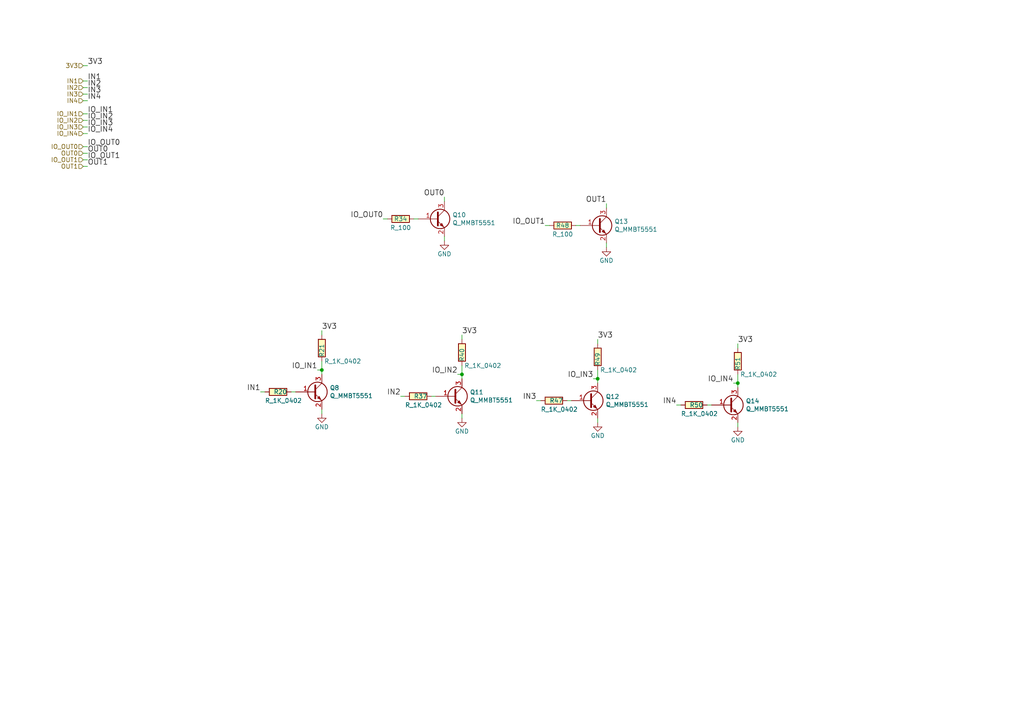
<source format=kicad_sch>
(kicad_sch (version 20211123) (generator eeschema)
  (paper "A4")
  (lib_symbols
    (symbol "Open_Automation:Q_MMBT5551" (pin_names (offset 0) hide)
      (property "Reference" "Q" (at 7.62 1.27 0))
      (property "Value" "Q_MMBT5551" (at 15.24 -1.27 0))
      (symbol "Q_MMBT5551_0_1"
        (polyline (pts (xy 0.635 0.635) (xy 2.54 2.54)))
        (polyline (pts (xy 0.635 -0.635) (xy 2.54 -2.54) (xy 2.54 -2.54)))
        (polyline (pts (xy 0.635 1.905) (xy 0.635 -1.905) (xy 0.635 -1.905)) (stroke (width 0.508)))
        (polyline (pts (xy 1.27 -1.778) (xy 1.778 -1.27) (xy 2.286 -2.286) (xy 1.27 -1.778) (xy 1.27 -1.778)) (fill (type outline)))
        (circle (center 1.27 0) (radius 2.8194) (stroke (width 0.254)))
      )
      (symbol "Q_MMBT5551_1_1"
        (pin passive line (at -5.08 0 0) (length 5.715) (name "B") (number "1"))
        (pin passive line (at 2.54 -5.08 90) (length 2.54) (name "E") (number "2"))
        (pin passive line (at 2.54 5.08 270) (length 2.54) (name "C") (number "3"))
      )
    )
    (symbol "Open_Automation:R_100" (pin_numbers hide) (pin_names (offset 0))
      (property "Reference" "R" (at 0 0 90))
      (property "Value" "R_100" (at -1.905 0 90))
      (symbol "R_100_0_1"
        (rectangle (start -1.016 -2.54) (end 1.016 2.54) (stroke (width 0.254)) (fill (type background)))
      )
      (symbol "R_100_1_1"
        (pin passive line (at 0 -3.81 90) (length 1.27) (name "~") (number "1"))
        (pin passive line (at 0 3.81 270) (length 1.27) (name "~") (number "2"))
      )
    )
    (symbol "Open_Automation:R_1K_0402" (pin_numbers hide) (pin_names (offset 0))
      (property "Reference" "R" (at 0 0 90))
      (property "Value" "R_1K_0402" (at -1.905 0 90))
      (symbol "R_1K_0402_0_1"
        (rectangle (start -1.016 -2.54) (end 1.016 2.54) (stroke (width 0.254)) (fill (type background)))
      )
      (symbol "R_1K_0402_1_1"
        (pin passive line (at 0 3.81 270) (length 1.27) (name "~") (number "1"))
        (pin passive line (at 0 -3.81 90) (length 1.27) (name "~") (number "2"))
      )
    )
    (symbol "Q_MMBT5551_1" (pin_names (offset 0) hide)
      (property "Reference" "Q" (at 7.62 1.27 0))
      (property "Value" "Q_MMBT5551_1" (at 15.24 -1.27 0))
      (symbol "Q_MMBT5551_1_0_1"
        (polyline (pts (xy 0.635 0.635) (xy 2.54 2.54)))
        (polyline (pts (xy 0.635 -0.635) (xy 2.54 -2.54) (xy 2.54 -2.54)))
        (polyline (pts (xy 0.635 1.905) (xy 0.635 -1.905) (xy 0.635 -1.905)) (stroke (width 0.508)))
        (polyline (pts (xy 1.27 -1.778) (xy 1.778 -1.27) (xy 2.286 -2.286) (xy 1.27 -1.778) (xy 1.27 -1.778)) (fill (type outline)))
        (circle (center 1.27 0) (radius 2.8194) (stroke (width 0.254)))
      )
      (symbol "Q_MMBT5551_1_1_1"
        (pin passive line (at -5.08 0 0) (length 5.715) (name "B") (number "1"))
        (pin passive line (at 2.54 -5.08 90) (length 2.54) (name "E") (number "2"))
        (pin passive line (at 2.54 5.08 270) (length 2.54) (name "C") (number "3"))
      )
    )
    (symbol "Q_MMBT5551_2" (pin_names (offset 0) hide)
      (property "Reference" "Q" (at 7.62 1.27 0))
      (property "Value" "Q_MMBT5551_2" (at 15.24 -1.27 0))
      (symbol "Q_MMBT5551_2_0_1"
        (polyline (pts (xy 0.635 0.635) (xy 2.54 2.54)))
        (polyline (pts (xy 0.635 -0.635) (xy 2.54 -2.54) (xy 2.54 -2.54)))
        (polyline (pts (xy 0.635 1.905) (xy 0.635 -1.905) (xy 0.635 -1.905)) (stroke (width 0.508)))
        (polyline (pts (xy 1.27 -1.778) (xy 1.778 -1.27) (xy 2.286 -2.286) (xy 1.27 -1.778) (xy 1.27 -1.778)) (fill (type outline)))
        (circle (center 1.27 0) (radius 2.8194) (stroke (width 0.254)))
      )
      (symbol "Q_MMBT5551_2_1_1"
        (pin passive line (at -5.08 0 0) (length 5.715) (name "B") (number "1"))
        (pin passive line (at 2.54 -5.08 90) (length 2.54) (name "E") (number "2"))
        (pin passive line (at 2.54 5.08 270) (length 2.54) (name "C") (number "3"))
      )
    )
    (symbol "Q_MMBT5551_3" (pin_names (offset 0) hide)
      (property "Reference" "Q" (at 7.62 1.27 0))
      (property "Value" "Q_MMBT5551_3" (at 15.24 -1.27 0))
      (symbol "Q_MMBT5551_3_0_1"
        (polyline (pts (xy 0.635 0.635) (xy 2.54 2.54)))
        (polyline (pts (xy 0.635 -0.635) (xy 2.54 -2.54) (xy 2.54 -2.54)))
        (polyline (pts (xy 0.635 1.905) (xy 0.635 -1.905) (xy 0.635 -1.905)) (stroke (width 0.508)))
        (polyline (pts (xy 1.27 -1.778) (xy 1.778 -1.27) (xy 2.286 -2.286) (xy 1.27 -1.778) (xy 1.27 -1.778)) (fill (type outline)))
        (circle (center 1.27 0) (radius 2.8194) (stroke (width 0.254)))
      )
      (symbol "Q_MMBT5551_3_1_1"
        (pin passive line (at -5.08 0 0) (length 5.715) (name "B") (number "1"))
        (pin passive line (at 2.54 -5.08 90) (length 2.54) (name "E") (number "2"))
        (pin passive line (at 2.54 5.08 270) (length 2.54) (name "C") (number "3"))
      )
    )
    (symbol "Q_MMBT5551_4" (pin_names (offset 0) hide)
      (property "Reference" "Q" (at 7.62 1.27 0))
      (property "Value" "Q_MMBT5551_4" (at 15.24 -1.27 0))
      (symbol "Q_MMBT5551_4_0_1"
        (polyline (pts (xy 0.635 0.635) (xy 2.54 2.54)))
        (polyline (pts (xy 0.635 -0.635) (xy 2.54 -2.54) (xy 2.54 -2.54)))
        (polyline (pts (xy 0.635 1.905) (xy 0.635 -1.905) (xy 0.635 -1.905)) (stroke (width 0.508)))
        (polyline (pts (xy 1.27 -1.778) (xy 1.778 -1.27) (xy 2.286 -2.286) (xy 1.27 -1.778) (xy 1.27 -1.778)) (fill (type outline)))
        (circle (center 1.27 0) (radius 2.8194) (stroke (width 0.254)))
      )
      (symbol "Q_MMBT5551_4_1_1"
        (pin passive line (at -5.08 0 0) (length 5.715) (name "B") (number "1"))
        (pin passive line (at 2.54 -5.08 90) (length 2.54) (name "E") (number "2"))
        (pin passive line (at 2.54 5.08 270) (length 2.54) (name "C") (number "3"))
      )
    )
    (symbol "Q_MMBT5551_5" (pin_names (offset 0) hide)
      (property "Reference" "Q" (at 7.62 1.27 0))
      (property "Value" "Q_MMBT5551_5" (at 15.24 -1.27 0))
      (symbol "Q_MMBT5551_5_0_1"
        (polyline (pts (xy 0.635 0.635) (xy 2.54 2.54)))
        (polyline (pts (xy 0.635 -0.635) (xy 2.54 -2.54) (xy 2.54 -2.54)))
        (polyline (pts (xy 0.635 1.905) (xy 0.635 -1.905) (xy 0.635 -1.905)) (stroke (width 0.508)))
        (polyline (pts (xy 1.27 -1.778) (xy 1.778 -1.27) (xy 2.286 -2.286) (xy 1.27 -1.778) (xy 1.27 -1.778)) (fill (type outline)))
        (circle (center 1.27 0) (radius 2.8194) (stroke (width 0.254)))
      )
      (symbol "Q_MMBT5551_5_1_1"
        (pin passive line (at -5.08 0 0) (length 5.715) (name "B") (number "1"))
        (pin passive line (at 2.54 -5.08 90) (length 2.54) (name "E") (number "2"))
        (pin passive line (at 2.54 5.08 270) (length 2.54) (name "C") (number "3"))
      )
    )
    (symbol "R_100_1" (pin_numbers hide) (pin_names (offset 0))
      (property "Reference" "R" (at 0 0 90))
      (property "Value" "R_100_1" (at -1.905 0 90))
      (symbol "R_100_1_0_1"
        (rectangle (start -1.016 -2.54) (end 1.016 2.54) (stroke (width 0.254)) (fill (type background)))
      )
      (symbol "R_100_1_1_1"
        (pin passive line (at 0 -3.81 90) (length 1.27) (name "~") (number "1"))
        (pin passive line (at 0 3.81 270) (length 1.27) (name "~") (number "2"))
      )
    )
    (symbol "R_1K_0402_1" (pin_numbers hide) (pin_names (offset 0))
      (property "Reference" "R" (at 0 0 90))
      (property "Value" "R_1K_0402_1" (at -1.905 0 90))
      (symbol "R_1K_0402_1_0_1"
        (rectangle (start -1.016 -2.54) (end 1.016 2.54) (stroke (width 0.254)) (fill (type background)))
      )
      (symbol "R_1K_0402_1_1_1"
        (pin passive line (at 0 3.81 270) (length 1.27) (name "~") (number "1"))
        (pin passive line (at 0 -3.81 90) (length 1.27) (name "~") (number "2"))
      )
    )
    (symbol "R_1K_0402_2" (pin_numbers hide) (pin_names (offset 0))
      (property "Reference" "R" (at 0 0 90))
      (property "Value" "R_1K_0402_2" (at -1.905 0 90))
      (symbol "R_1K_0402_2_0_1"
        (rectangle (start -1.016 -2.54) (end 1.016 2.54) (stroke (width 0.254)) (fill (type background)))
      )
      (symbol "R_1K_0402_2_1_1"
        (pin passive line (at 0 3.81 270) (length 1.27) (name "~") (number "1"))
        (pin passive line (at 0 -3.81 90) (length 1.27) (name "~") (number "2"))
      )
    )
    (symbol "R_1K_0402_3" (pin_numbers hide) (pin_names (offset 0))
      (property "Reference" "R" (at 0 0 90))
      (property "Value" "R_1K_0402_3" (at -1.905 0 90))
      (symbol "R_1K_0402_3_0_1"
        (rectangle (start -1.016 -2.54) (end 1.016 2.54) (stroke (width 0.254)) (fill (type background)))
      )
      (symbol "R_1K_0402_3_1_1"
        (pin passive line (at 0 3.81 270) (length 1.27) (name "~") (number "1"))
        (pin passive line (at 0 -3.81 90) (length 1.27) (name "~") (number "2"))
      )
    )
    (symbol "R_1K_0402_4" (pin_numbers hide) (pin_names (offset 0))
      (property "Reference" "R" (at 0 0 90))
      (property "Value" "R_1K_0402_4" (at -1.905 0 90))
      (symbol "R_1K_0402_4_0_1"
        (rectangle (start -1.016 -2.54) (end 1.016 2.54) (stroke (width 0.254)) (fill (type background)))
      )
      (symbol "R_1K_0402_4_1_1"
        (pin passive line (at 0 3.81 270) (length 1.27) (name "~") (number "1"))
        (pin passive line (at 0 -3.81 90) (length 1.27) (name "~") (number "2"))
      )
    )
    (symbol "R_1K_0402_5" (pin_numbers hide) (pin_names (offset 0))
      (property "Reference" "R" (at 0 0 90))
      (property "Value" "R_1K_0402_5" (at -1.905 0 90))
      (symbol "R_1K_0402_5_0_1"
        (rectangle (start -1.016 -2.54) (end 1.016 2.54) (stroke (width 0.254)) (fill (type background)))
      )
      (symbol "R_1K_0402_5_1_1"
        (pin passive line (at 0 3.81 270) (length 1.27) (name "~") (number "1"))
        (pin passive line (at 0 -3.81 90) (length 1.27) (name "~") (number "2"))
      )
    )
    (symbol "R_1K_0402_6" (pin_numbers hide) (pin_names (offset 0))
      (property "Reference" "R" (at 0 0 90))
      (property "Value" "R_1K_0402_6" (at -1.905 0 90))
      (symbol "R_1K_0402_6_0_1"
        (rectangle (start -1.016 -2.54) (end 1.016 2.54) (stroke (width 0.254)) (fill (type background)))
      )
      (symbol "R_1K_0402_6_1_1"
        (pin passive line (at 0 3.81 270) (length 1.27) (name "~") (number "1"))
        (pin passive line (at 0 -3.81 90) (length 1.27) (name "~") (number "2"))
      )
    )
    (symbol "R_1K_0402_7" (pin_numbers hide) (pin_names (offset 0))
      (property "Reference" "R" (at 0 0 90))
      (property "Value" "R_1K_0402_7" (at -1.905 0 90))
      (symbol "R_1K_0402_7_0_1"
        (rectangle (start -1.016 -2.54) (end 1.016 2.54) (stroke (width 0.254)) (fill (type background)))
      )
      (symbol "R_1K_0402_7_1_1"
        (pin passive line (at 0 3.81 270) (length 1.27) (name "~") (number "1"))
        (pin passive line (at 0 -3.81 90) (length 1.27) (name "~") (number "2"))
      )
    )
    (symbol "power:GND" (power) (pin_names (offset 0))
      (property "Value" "GND" (at 0 -3.81 0))
      (symbol "GND_0_1"
        (polyline (pts (xy 0 0) (xy 0 -1.27) (xy 1.27 -1.27) (xy 0 -2.54) (xy -1.27 -1.27) (xy 0 -1.27)))
      )
      (symbol "GND_1_1"
        (pin power_in line (at 0 0 270) (length 0) hide (name "GND") (number "1"))
      )
    )
  )
  (junction (at 173.355 109.855))
  (junction (at 133.985 108.585))
  (junction (at 213.995 111.125))
  (junction (at 93.345 107.315))
  (wire (pts (xy 24.13 48.26) (xy 25.4 48.26)))
  (wire (pts (xy 173.355 107.315) (xy 173.355 109.855)))
  (wire (pts (xy 24.13 23.495) (xy 25.4 23.495)))
  (wire (pts (xy 112.395 63.5) (xy 111.125 63.5)))
  (wire (pts (xy 213.995 111.125) (xy 213.995 112.395)))
  (wire (pts (xy 24.13 34.925) (xy 25.4 34.925)))
  (wire (pts (xy 76.835 113.665) (xy 75.565 113.665)))
  (wire (pts (xy 175.895 71.755) (xy 175.895 70.485)))
  (wire (pts (xy 24.13 38.735) (xy 25.4 38.735)))
  (wire (pts (xy 117.475 114.935) (xy 116.205 114.935)))
  (wire (pts (xy 172.085 109.855) (xy 173.355 109.855)))
  (wire (pts (xy 128.905 69.85) (xy 128.905 68.58)))
  (wire (pts (xy 24.13 29.21) (xy 25.4 29.21)))
  (wire (pts (xy 173.355 98.425) (xy 173.355 99.695)))
  (wire (pts (xy 213.995 108.585) (xy 213.995 111.125)))
  (wire (pts (xy 24.13 19.05) (xy 25.4 19.05)))
  (wire (pts (xy 167.005 65.405) (xy 168.275 65.405)))
  (wire (pts (xy 132.715 108.585) (xy 133.985 108.585)))
  (wire (pts (xy 120.015 63.5) (xy 121.285 63.5)))
  (wire (pts (xy 213.995 123.825) (xy 213.995 122.555)))
  (wire (pts (xy 93.345 104.775) (xy 93.345 107.315)))
  (wire (pts (xy 159.385 65.405) (xy 158.115 65.405)))
  (wire (pts (xy 156.845 116.205) (xy 155.575 116.205)))
  (wire (pts (xy 24.13 46.355) (xy 25.4 46.355)))
  (wire (pts (xy 93.345 107.315) (xy 93.345 108.585)))
  (wire (pts (xy 24.13 36.83) (xy 25.4 36.83)))
  (wire (pts (xy 24.13 33.02) (xy 25.4 33.02)))
  (wire (pts (xy 173.355 109.855) (xy 173.355 111.125)))
  (wire (pts (xy 205.105 117.475) (xy 206.375 117.475)))
  (wire (pts (xy 133.985 121.285) (xy 133.985 120.015)))
  (wire (pts (xy 133.985 97.155) (xy 133.985 98.425)))
  (wire (pts (xy 92.075 107.315) (xy 93.345 107.315)))
  (wire (pts (xy 133.985 106.045) (xy 133.985 108.585)))
  (wire (pts (xy 164.465 116.205) (xy 165.735 116.205)))
  (wire (pts (xy 175.895 59.055) (xy 175.895 60.325)))
  (wire (pts (xy 125.095 114.935) (xy 126.365 114.935)))
  (wire (pts (xy 212.725 111.125) (xy 213.995 111.125)))
  (wire (pts (xy 93.345 95.885) (xy 93.345 97.155)))
  (wire (pts (xy 128.905 57.15) (xy 128.905 58.42)))
  (wire (pts (xy 24.13 42.545) (xy 25.4 42.545)))
  (wire (pts (xy 93.345 120.015) (xy 93.345 118.745)))
  (wire (pts (xy 24.13 27.305) (xy 25.4 27.305)))
  (wire (pts (xy 197.485 117.475) (xy 196.215 117.475)))
  (wire (pts (xy 173.355 122.555) (xy 173.355 121.285)))
  (wire (pts (xy 213.995 99.695) (xy 213.995 100.965)))
  (wire (pts (xy 133.985 108.585) (xy 133.985 109.855)))
  (wire (pts (xy 24.13 44.45) (xy 25.4 44.45)))
  (wire (pts (xy 84.455 113.665) (xy 85.725 113.665)))
  (wire (pts (xy 24.13 25.4) (xy 25.4 25.4)))
  (label "OUT1" (at 25.4 48.26 0) (effects (font (size 1.524 1.524))))
  (label "IO_IN1" (at 92.075 107.315 180) (effects (font (size 1.524 1.524))))
  (label "IN1" (at 75.565 113.665 180) (effects (font (size 1.524 1.524))))
  (label "IO_IN3" (at 172.085 109.855 180) (effects (font (size 1.524 1.524))))
  (label "IO_IN2" (at 132.715 108.585 180) (effects (font (size 1.524 1.524))))
  (label "IN1" (at 25.4 23.495 0) (effects (font (size 1.524 1.524))))
  (label "IN3" (at 155.575 116.205 180) (effects (font (size 1.524 1.524))))
  (label "IO_IN2" (at 25.4 34.925 0) (effects (font (size 1.524 1.524))))
  (label "3V3" (at 213.995 99.695 0) (effects (font (size 1.524 1.524))))
  (label "IN2" (at 116.205 114.935 180) (effects (font (size 1.524 1.524))))
  (label "OUT0" (at 128.905 57.15 180) (effects (font (size 1.524 1.524))))
  (label "IN2" (at 25.4 25.4 0) (effects (font (size 1.524 1.524))))
  (label "IN4" (at 196.215 117.475 180) (effects (font (size 1.524 1.524))))
  (label "OUT1" (at 175.895 59.055 180) (effects (font (size 1.524 1.524))))
  (label "IN4" (at 25.4 29.21 0) (effects (font (size 1.524 1.524))))
  (label "OUT0" (at 25.4 44.45 0) (effects (font (size 1.524 1.524))))
  (label "IO_OUT1" (at 25.4 46.355 0) (effects (font (size 1.524 1.524))))
  (label "IO_OUT1" (at 158.115 65.405 180) (effects (font (size 1.524 1.524))))
  (label "IO_IN3" (at 25.4 36.83 0) (effects (font (size 1.524 1.524))))
  (label "3V3" (at 173.355 98.425 0) (effects (font (size 1.524 1.524))))
  (label "IO_IN4" (at 25.4 38.735 0) (effects (font (size 1.524 1.524))))
  (label "IO_IN4" (at 212.725 111.125 180) (effects (font (size 1.524 1.524))))
  (label "3V3" (at 25.4 19.05 0) (effects (font (size 1.524 1.524))))
  (label "3V3" (at 133.985 97.155 0) (effects (font (size 1.524 1.524))))
  (label "3V3" (at 93.345 95.885 0) (effects (font (size 1.524 1.524))))
  (label "IO_OUT0" (at 25.4 42.545 0) (effects (font (size 1.524 1.524))))
  (label "IO_OUT0" (at 111.125 63.5 180) (effects (font (size 1.524 1.524))))
  (label "IO_IN1" (at 25.4 33.02 0) (effects (font (size 1.524 1.524))))
  (label "IN3" (at 25.4 27.305 0) (effects (font (size 1.524 1.524))))
  (hierarchical_label "IN4" (shape input) (at 24.13 29.21 180))
  (hierarchical_label "IO_OUT1" (shape input) (at 24.13 46.355 180))
  (hierarchical_label "IO_IN2" (shape input) (at 24.13 34.925 180))
  (hierarchical_label "OUT1" (shape input) (at 24.13 48.26 180))
  (hierarchical_label "3V3" (shape input) (at 24.13 19.05 180))
  (hierarchical_label "IN2" (shape input) (at 24.13 25.4 180))
  (hierarchical_label "IO_IN4" (shape input) (at 24.13 38.735 180))
  (hierarchical_label "OUT0" (shape input) (at 24.13 44.45 180))
  (hierarchical_label "IO_IN3" (shape input) (at 24.13 36.83 180))
  (hierarchical_label "IN3" (shape input) (at 24.13 27.305 180))
  (hierarchical_label "IO_OUT0" (shape input) (at 24.13 42.545 180))
  (hierarchical_label "IN1" (shape input) (at 24.13 23.495 180))
  (hierarchical_label "IO_IN1" (shape input) (at 24.13 33.02 180))
  (symbol (lib_name "R_1K_0402_2") (lib_id "Open_Automation:R_1K_0402") (at 133.985 102.235 180) (unit 1)
    (property "Reference" "R40" (at 133.985 100.965 90) (effects (justify left)))
    (property "Value" "R_1K_0402" (at 145.415 106.045 0) (effects (justify left)))
    (property "Footprint" "Resistor_SMD:R_0402_1005Metric_Pad0.72x0.64mm_HandSolder" (effects hide))
    (property "Datasheet" "https://www.digikey.com/product-detail/en/panasonic-electronic-components/ERJ-3GEYJ102V/P1.0KGDKR-ND/577615" (effects hide))
    (property "Part Number" "0402WGF1001TCE" (effects hide))
    (property "LCSC" "C11702" (effects hide))
  )
  (symbol (lib_name "Q_MMBT5551_1") (lib_id "Open_Automation:Q_MMBT5551") (at 173.355 65.405 0) (unit 1)
    (property "Reference" "Q13" (at 178.2064 64.2366 0) (effects (justify left)))
    (property "Value" "Q_MMBT5551" (at 178.2064 66.548 0) (effects (justify left)))
    (property "Footprint" "Package_TO_SOT_SMD:SOT-23" (effects hide))
    (property "Datasheet" "https://datasheet.lcsc.com/szlcsc/Changjiang-Electronics-Tech-CJ-SS8050_C2150.pdf" (effects hide))
    (property "Part Number" "MMBT5551" (effects hide))
    (property "LCSC" "C2145" (effects hide))
  )
  (symbol (lib_name "Q_MMBT5551_4") (lib_id "Open_Automation:Q_MMBT5551") (at 90.805 113.665 0) (unit 1)
    (property "Reference" "Q8" (at 95.6564 112.4966 0) (effects (justify left)))
    (property "Value" "Q_MMBT5551" (at 95.6564 114.808 0) (effects (justify left)))
    (property "Footprint" "Package_TO_SOT_SMD:SOT-23" (effects hide))
    (property "Datasheet" "https://datasheet.lcsc.com/szlcsc/Changjiang-Electronics-Tech-CJ-SS8050_C2150.pdf" (effects hide))
    (property "Part Number" "MMBT5551" (effects hide))
    (property "LCSC" "C2145" (effects hide))
  )
  (symbol (lib_id "power:GND") (at 213.995 123.825 0) (unit 1)
    (property "Reference" "#PWR0124" (effects hide))
    (property "Value" "GND" (at 213.995 127.635 0))
  )
  (symbol (lib_name "R_100_1") (lib_id "Open_Automation:R_100") (at 163.195 65.405 270) (unit 1)
    (property "Reference" "R48" (at 163.195 65.405 90))
    (property "Value" "R_100" (at 163.195 67.945 90))
    (property "Footprint" "Resistor_SMD:R_0402_1005Metric_Pad0.72x0.64mm_HandSolder" (effects hide))
    (property "Datasheet" "https://datasheet.lcsc.com/szlcsc/Uniroyal-Elec-0402WGF1000TCE_C25076.pdf" (effects hide))
    (property "Part Number" "0402WGF1000TCE" (effects hide))
    (property "LCSC" "C25076" (effects hide))
  )
  (symbol (lib_name "R_1K_0402_4") (lib_id "Open_Automation:R_1K_0402") (at 93.345 100.965 180) (unit 1)
    (property "Reference" "R21" (at 93.345 99.695 90) (effects (justify left)))
    (property "Value" "R_1K_0402" (at 104.775 104.775 0) (effects (justify left)))
    (property "Footprint" "Resistor_SMD:R_0402_1005Metric_Pad0.72x0.64mm_HandSolder" (effects hide))
    (property "Datasheet" "https://www.digikey.com/product-detail/en/panasonic-electronic-components/ERJ-3GEYJ102V/P1.0KGDKR-ND/577615" (effects hide))
    (property "Part Number" "0402WGF1001TCE" (effects hide))
    (property "LCSC" "C11702" (effects hide))
  )
  (symbol (lib_id "Open_Automation:Q_MMBT5551") (at 170.815 116.205 0) (unit 1)
    (property "Reference" "Q12" (at 175.6664 115.0366 0) (effects (justify left)))
    (property "Value" "Q_MMBT5551" (at 175.6664 117.348 0) (effects (justify left)))
    (property "Footprint" "Package_TO_SOT_SMD:SOT-23" (effects hide))
    (property "Datasheet" "https://datasheet.lcsc.com/szlcsc/Changjiang-Electronics-Tech-CJ-SS8050_C2150.pdf" (effects hide))
    (property "Part Number" "MMBT5551" (effects hide))
    (property "LCSC" "C2145" (effects hide))
  )
  (symbol (lib_name "R_1K_0402_1") (lib_id "Open_Automation:R_1K_0402") (at 160.655 116.205 270) (unit 1)
    (property "Reference" "R47" (at 159.385 116.205 90) (effects (justify left)))
    (property "Value" "R_1K_0402" (at 156.845 118.745 90) (effects (justify left)))
    (property "Footprint" "Resistor_SMD:R_0402_1005Metric_Pad0.72x0.64mm_HandSolder" (effects hide))
    (property "Datasheet" "https://www.digikey.com/product-detail/en/panasonic-electronic-components/ERJ-3GEYJ102V/P1.0KGDKR-ND/577615" (effects hide))
    (property "Part Number" "0402WGF1001TCE" (effects hide))
    (property "LCSC" "C11702" (effects hide))
  )
  (symbol (lib_id "Open_Automation:R_1K_0402") (at 213.995 104.775 180) (unit 1)
    (property "Reference" "R51" (at 213.995 103.505 90) (effects (justify left)))
    (property "Value" "R_1K_0402" (at 225.425 108.585 0) (effects (justify left)))
    (property "Footprint" "Resistor_SMD:R_0402_1005Metric_Pad0.72x0.64mm_HandSolder" (effects hide))
    (property "Datasheet" "https://www.digikey.com/product-detail/en/panasonic-electronic-components/ERJ-3GEYJ102V/P1.0KGDKR-ND/577615" (effects hide))
    (property "Part Number" "0402WGF1001TCE" (effects hide))
    (property "LCSC" "C11702" (effects hide))
  )
  (symbol (lib_id "Open_Automation:R_100") (at 116.205 63.5 270) (unit 1)
    (property "Reference" "R34" (at 116.205 63.5 90))
    (property "Value" "R_100" (at 116.205 66.04 90))
    (property "Footprint" "Resistor_SMD:R_0402_1005Metric_Pad0.72x0.64mm_HandSolder" (effects hide))
    (property "Datasheet" "https://datasheet.lcsc.com/szlcsc/Uniroyal-Elec-0402WGF1000TCE_C25076.pdf" (effects hide))
    (property "Part Number" "0402WGF1000TCE" (effects hide))
    (property "LCSC" "C25076" (effects hide))
  )
  (symbol (lib_name "R_1K_0402_6") (lib_id "Open_Automation:R_1K_0402") (at 173.355 103.505 180) (unit 1)
    (property "Reference" "R49" (at 173.355 102.235 90) (effects (justify left)))
    (property "Value" "R_1K_0402" (at 184.785 107.315 0) (effects (justify left)))
    (property "Footprint" "Resistor_SMD:R_0402_1005Metric_Pad0.72x0.64mm_HandSolder" (effects hide))
    (property "Datasheet" "https://www.digikey.com/product-detail/en/panasonic-electronic-components/ERJ-3GEYJ102V/P1.0KGDKR-ND/577615" (effects hide))
    (property "Part Number" "0402WGF1001TCE" (effects hide))
    (property "LCSC" "C11702" (effects hide))
  )
  (symbol (lib_name "Q_MMBT5551_3") (lib_id "Open_Automation:Q_MMBT5551") (at 131.445 114.935 0) (unit 1)
    (property "Reference" "Q11" (at 136.2964 113.7666 0) (effects (justify left)))
    (property "Value" "Q_MMBT5551" (at 136.2964 116.078 0) (effects (justify left)))
    (property "Footprint" "Package_TO_SOT_SMD:SOT-23" (effects hide))
    (property "Datasheet" "https://datasheet.lcsc.com/szlcsc/Changjiang-Electronics-Tech-CJ-SS8050_C2150.pdf" (effects hide))
    (property "Part Number" "MMBT5551" (effects hide))
    (property "LCSC" "C2145" (effects hide))
  )
  (symbol (lib_id "power:GND") (at 93.345 120.015 0) (unit 1)
    (property "Reference" "#PWR0122" (effects hide))
    (property "Value" "GND" (at 93.345 123.825 0))
  )
  (symbol (lib_id "power:GND") (at 133.985 121.285 0) (unit 1)
    (property "Reference" "#PWR0121" (effects hide))
    (property "Value" "GND" (at 133.985 125.095 0))
  )
  (symbol (lib_name "R_1K_0402_7") (lib_id "Open_Automation:R_1K_0402") (at 201.295 117.475 270) (unit 1)
    (property "Reference" "R50" (at 200.025 117.475 90) (effects (justify left)))
    (property "Value" "R_1K_0402" (at 197.485 120.015 90) (effects (justify left)))
    (property "Footprint" "Resistor_SMD:R_0402_1005Metric_Pad0.72x0.64mm_HandSolder" (effects hide))
    (property "Datasheet" "https://www.digikey.com/product-detail/en/panasonic-electronic-components/ERJ-3GEYJ102V/P1.0KGDKR-ND/577615" (effects hide))
    (property "Part Number" "0402WGF1001TCE" (effects hide))
    (property "LCSC" "C11702" (effects hide))
  )
  (symbol (lib_name "R_1K_0402_3") (lib_id "Open_Automation:R_1K_0402") (at 121.285 114.935 270) (unit 1)
    (property "Reference" "R37" (at 120.015 114.935 90) (effects (justify left)))
    (property "Value" "R_1K_0402" (at 117.475 117.475 90) (effects (justify left)))
    (property "Footprint" "Resistor_SMD:R_0402_1005Metric_Pad0.72x0.64mm_HandSolder" (effects hide))
    (property "Datasheet" "https://www.digikey.com/product-detail/en/panasonic-electronic-components/ERJ-3GEYJ102V/P1.0KGDKR-ND/577615" (effects hide))
    (property "Part Number" "0402WGF1001TCE" (effects hide))
    (property "LCSC" "C11702" (effects hide))
  )
  (symbol (lib_name "Q_MMBT5551_5") (lib_id "Open_Automation:Q_MMBT5551") (at 211.455 117.475 0) (unit 1)
    (property "Reference" "Q14" (at 216.3064 116.3066 0) (effects (justify left)))
    (property "Value" "Q_MMBT5551" (at 216.3064 118.618 0) (effects (justify left)))
    (property "Footprint" "Package_TO_SOT_SMD:SOT-23" (effects hide))
    (property "Datasheet" "https://datasheet.lcsc.com/szlcsc/Changjiang-Electronics-Tech-CJ-SS8050_C2150.pdf" (effects hide))
    (property "Part Number" "MMBT5551" (effects hide))
    (property "LCSC" "C2145" (effects hide))
  )
  (symbol (lib_name "Q_MMBT5551_2") (lib_id "Open_Automation:Q_MMBT5551") (at 126.365 63.5 0) (unit 1)
    (property "Reference" "Q10" (at 131.2164 62.3316 0) (effects (justify left)))
    (property "Value" "Q_MMBT5551" (at 131.2164 64.643 0) (effects (justify left)))
    (property "Footprint" "Package_TO_SOT_SMD:SOT-23" (effects hide))
    (property "Datasheet" "https://datasheet.lcsc.com/szlcsc/Changjiang-Electronics-Tech-CJ-SS8050_C2150.pdf" (effects hide))
    (property "Part Number" "MMBT5551" (effects hide))
    (property "LCSC" "C2145" (effects hide))
  )
  (symbol (lib_name "R_1K_0402_5") (lib_id "Open_Automation:R_1K_0402") (at 80.645 113.665 270) (unit 1)
    (property "Reference" "R20" (at 79.375 113.665 90) (effects (justify left)))
    (property "Value" "R_1K_0402" (at 76.835 116.205 90) (effects (justify left)))
    (property "Footprint" "Resistor_SMD:R_0402_1005Metric_Pad0.72x0.64mm_HandSolder" (effects hide))
    (property "Datasheet" "https://www.digikey.com/product-detail/en/panasonic-electronic-components/ERJ-3GEYJ102V/P1.0KGDKR-ND/577615" (effects hide))
    (property "Part Number" "0402WGF1001TCE" (effects hide))
    (property "LCSC" "C11702" (effects hide))
  )
  (symbol (lib_id "power:GND") (at 128.905 69.85 0) (unit 1)
    (property "Reference" "#PWR0123" (effects hide))
    (property "Value" "GND" (at 128.905 73.66 0))
  )
  (symbol (lib_id "power:GND") (at 173.355 122.555 0) (unit 1)
    (property "Reference" "#PWR0125" (effects hide))
    (property "Value" "GND" (at 173.355 126.365 0))
  )
  (symbol (lib_id "power:GND") (at 175.895 71.755 0) (unit 1)
    (property "Reference" "#PWR0126" (effects hide))
    (property "Value" "GND" (at 175.895 75.565 0))
  )
)
</source>
